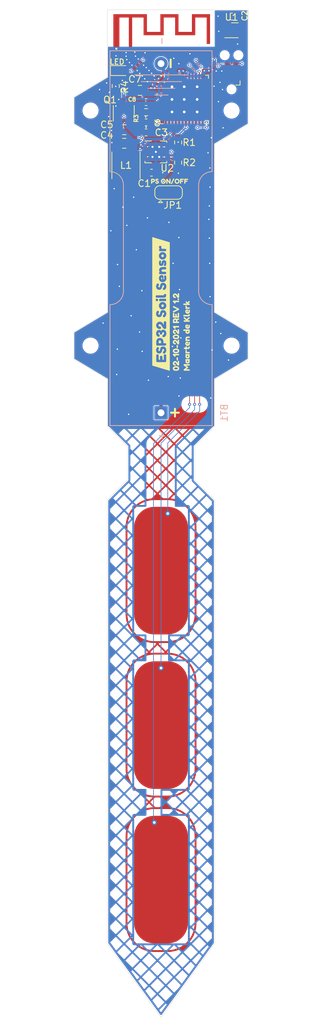
<source format=kicad_pcb>
(kicad_pcb (version 20211014) (generator pcbnew)
  (layers (0 "F.Cu" signal "Front") (31 "B.Cu" signal "Back") (34 "B.Paste" user) (35 "F.Paste" user) (36 "B.SilkS" user "B.Silkscreen") (37 "F.SilkS" user "F.Silkscreen") (38 "B.Mask" user) (39 "F.Mask" user) (44 "Edge.Cuts" user))
  (net 0 "")
  (net 1 "GND")
  (net 2 "+3V3")
  (net 3 "/EN")
  (net 4 "/BOOT")
  (net 5 "/TXD")
  (net 6 "/RXD")
  (net 7 "Net-(C3-Pad1)")
  (net 14 "/CAP_SENSE_1")
  (net 15 "/CAP_SENSE_2")
  (net 19 "/CAP_SENSE_3")
  (net 34 "/BAT_SENSE")
  (net 35 "/SDA")
  (net 36 "/SCL")
  (net 42 "Net-(JP1-Pad2)")
  (net 43 "Net-(L1-Pad2)")
  (net 44 "/ANT")
  (net 45 "/BAT-")
  (net 46 "/BAT+")
  (net 47 "Net-(D1-Pad1)")
  (net 49 "Net-(D1-Pad2)")
  (footprint "Capacitor_SMD:C_0805_2012Metric" (layer "F.Cu") (at 100.85 67 180)
    (fp_text reference "C7")
    (fp_text value "10u")
  )
  (footprint "Capacitor_SMD:C_0603_1608Metric" (layer "F.Cu") (at 101.77999 71.75751 180)
    (fp_text reference "C6")
    (fp_text value "100n")
  )
  (footprint "Package_DFN_QFN:QFN-48-1EP_7x7mm_P0.5mm_EP5.15x5.15mm" (layer "F.Cu") (at 107.455 68.345)
    (fp_text reference "U3")
    (fp_text value "ESP32-PICO-V3")
  )
  (footprint "Capacitor_SMD:C_0603_1608Metric" (layer "F.Cu") (at 101.77999 68.745 180)
    (fp_text reference "C8")
    (fp_text value "100n")
  )
  (footprint "Connector:Tag-Connect_TC2030-IDC-NL_2x03_P1.27mm_Vertical" (layer "F.Cu") (at 114.5 64.3 90)
    (fp_text reference "J1")
    (fp_text value "ESP-PROG")
  )
  (footprint "RF_Antenna:Texas_SWRA117D_2.4GHz_Right" (layer "F.Cu") (at 99.45 60.8)
    (fp_text reference "AE1")
    (fp_text value "Antenna_Chip")
  )
  (footprint "Resistor_SMD:R_0603_1608Metric" (layer "F.Cu") (at 101.77999 70.245)
    (fp_text reference "R3")
    (fp_text value "10k")
  )
  (footprint "Resistor_SMD:R_0603_1608Metric" (layer "F.Cu") (at 106.55 74.75 -90)
    (fp_text reference "R1")
    (fp_text value "2M")
  )
  (footprint "Capacitor_SMD:C_0805_2012Metric" (layer "F.Cu") (at 98.52999 72.85751 180)
    (fp_text reference "C5")
    (fp_text value "10u")
  )
  (footprint "LED_SMD:LED_0603_1608Metric" (layer "F.Cu") (at 97.95 64.05)
    (fp_text reference "D1")
    (fp_text value "LED")
  )
  (footprint "Resistor_SMD:R_0603_1608Metric" (layer "F.Cu") (at 97.25 66.35 -90)
    (fp_text reference "R4")
    (fp_text value "3k3")
  )
  (footprint "MountingHole:MountingHole_2.2mm_M2_ISO14580" (layer "F.Cu") (at 93.5 70)
    (fp_text reference "REF**")
    (fp_text value "MountingHole_2.2mm_M2_ISO14580")
  )
  (footprint "kibuzzard-61586EDB" (layer "F.Cu") (at 107.025 102.975 90)
    (fp_text reference "kibuzzard-61586EDB" hide)
    (fp_text value "G***" hide)
  )
  (footprint "Capacitor_SMD:C_0603_1608Metric" (layer "F.Cu") (at 101.775 73.25)
    (fp_text reference "C3")
    (fp_text value "100nF")
  )
  (footprint "MountingHole:MountingHole_2.2mm_M2_ISO14580" (layer "F.Cu") (at 114.5 70)
    (fp_text reference "REF**")
    (fp_text value "MountingHole_2.2mm_M2_ISO14580")
  )
  (footprint "kibuzzard-61439F56" (layer "F.Cu") (at 104 98.794661 90)
    (fp_text reference "kibuzzard-61439F56" hide)
    (fp_text value "G***" hide)
  )
  (footprint "Package_SON:Texas_S-PVSON-N10_ThermalVias" (layer "F.Cu") (at 103.22999 76.15751)
    (fp_text reference "U2")
    (fp_text value "TPS61201DRCT")
  )
  (footprint "MountingHole:MountingHole_2.2mm_M2_ISO14580" (layer "F.Cu") (at 93.5 105)
    (fp_text reference "REF**")
    (fp_text value "MountingHole_2.2mm_M2_ISO14580")
  )
  (footprint "Package_TO_SOT_SMD:SOT-23" (layer "F.Cu") (at 98.45 69.9 90)
    (fp_text reference "Q1")
    (fp_text value "SI2312")
  )
  (footprint "Jumper:SolderJumper-3_P1.3mm_Bridged12_RoundedPad1.0x1.5mm" (layer "F.Cu") (at 105.125 82.2075)
    (fp_text reference "JP1")
    (fp_text value "SolderJumper_3_Bridged12")
  )
  (footprint "Capacitor_SMD:C_0603_1608Metric" (layer "F.Cu") (at 102.575 79.25)
    (fp_text reference "C1")
    (fp_text value "4.7uF")
  )
  (footprint "kibuzzard-61586E44" (layer "F.Cu") (at 105.275 80.525)
    (fp_text reference "kibuzzard-61586E44" hide)
    (fp_text value "G***" hide)
  )
  (footprint "Sensor_Humidity:Sensirion_DFN-4-1EP_2x2mm_P1mm_EP0.7x1.6mm" (layer "F.Cu") (at 114.5 58.05)
    (fp_text reference "U1")
    (fp_text value "SHT40")
  )
  (footprint "MountingHole:MountingHole_2.2mm_M2_ISO14580" (layer "F.Cu") (at 114.5 105)
    (fp_text reference "REF**")
    (fp_text value "MountingHole_2.2mm_M2_ISO14580")
  )
  (footprint "Inductor_SMD:L_Taiyo-Yuden_NR-40xx" (layer "F.Cu") (at 98.77999 78.15751 90)
    (fp_text reference "L1")
    (fp_text value "2.2uH")
  )
  (footprint "Capacitor_SMD:C_0603_1608Metric" (layer "F.Cu") (at 114.5 56 180)
    (fp_text reference "C2")
    (fp_text value "100n")
  )
  (footprint "Capacitor_SMD:C_0805_2012Metric" (layer "F.Cu") (at 98.525 74.875 180)
    (fp_text reference "C4")
    (fp_text value "10u")
  )
  (footprint "Resistor_SMD:R_0603_1608Metric" (layer "F.Cu") (at 106.55 77.75 -90)
    (fp_text reference "R2")
    (fp_text value "250k")
  )
  (footprint "Soil_Sensor:BatteryHolder_Keystone_2460_1xAA" (layer "B.Cu") (at 104 115 90)
    (fp_text reference "BT1")
    (fp_text value "LiFePo4")
  )
  (gr_line (start 112 194) (end 112 128) (layer "Edge.Cuts") (width 0.05))
  (gr_line (start 99 120) (end 99 125) (layer "Edge.Cuts") (width 0.05))
  (gr_line (start 96 65) (end 91 68) (layer "Edge.Cuts") (width 0.05))
  (gr_line (start 96 75) (end 91 72) (layer "Edge.Cuts") (width 0.05))
  (gr_line (start 96 128) (end 99 125) (layer "Edge.Cuts") (width 0.05))
  (gr_line (start 117 72) (end 117 55) (layer "Edge.Cuts") (width 0.05))
  (gr_line (start 109 125) (end 112 128) (layer "Edge.Cuts") (width 0.05))
  (gr_line (start 112 194) (end 104 205) (layer "Edge.Cuts") (width 0.05))
  (gr_line (start 112 55) (end 112 55) (layer "Edge.Cuts") (width 0.05))
  (gr_line (start 96 117) (end 96 110) (layer "Edge.Cuts") (width 0.05))
  (gr_line (start 104 205) (end 96 194) (layer "Edge.Cuts") (width 0.05))
  (gr_line (start 112 100) (end 117 103) (layer "Edge.Cuts") (width 0.05))
  (gr_line (start 117 103) (end 117 107) (layer "Edge.Cuts") (width 0.05))
  (gr_line (start 91 107) (end 91 103) (layer "Edge.Cuts") (width 0.05))
  (gr_line (start 109 120) (end 112 117) (layer "Edge.Cuts") (width 0.05))
  (gr_line (start 117 55) (end 96 55) (layer "Edge.Cuts") (width 0.05))
  (gr_line (start 99 120) (end 96 117) (layer "Edge.Cuts") (width 0.05))
  (gr_line (start 96 100) (end 91 103) (layer "Edge.Cuts") (width 0.05))
  (gr_line (start 112 100) (end 112 75) (layer "Edge.Cuts") (width 0.05))
  (gr_line (start 96 55) (end 96 65) (layer "Edge.Cuts") (width 0.05))
  (gr_line (start 112 110) (end 117 107) (layer "Edge.Cuts") (width 0.05))
  (gr_line (start 96 128) (end 96 194) (layer "Edge.Cuts") (width 0.05))
  (gr_line (start 117 72) (end 112 75) (layer "Edge.Cuts") (width 0.05))
  (gr_line (start 96 110) (end 91 107) (layer "Edge.Cuts") (width 0.05))
  (gr_line (start 91 72) (end 91 68) (layer "Edge.Cuts") (width 0.05))
  (gr_line (start 109 120) (end 109 125) (layer "Edge.Cuts") (width 0.05))
  (gr_line (start 112 110) (end 112 117) (layer "Edge.Cuts") (width 0.05))
  (gr_line (start 96 75) (end 96 100) (layer "Edge.Cuts") (width 0.05))
  (gr_text "+" (at 106.075 114.875) (layer "F.SilkS") (effects (font (size 1.5 1.5) (thickness 0.3))))
  (gr_text "LED" (at 97.45 62.75) (layer "F.SilkS") (effects (font (size 0.8 0.8))))
  (gr_text "-" (at 105.325 62.975 90) (layer "F.SilkS") (effects (font (size 1.5 1.5) (thickness 0.3))))
  (segment (start 97.57999 74.85751) (end 97.57999 72.85751) (width 0.15) (layer "F.Cu") (net 1))
  (segment (start 103.81499 75.65751) (end 103.67999 75.52251) (width 0.15) (layer "F.Cu") (net 1))
  (segment (start 101.05499 71.75751) (end 102.55499 73.25751) (width 0.15) (layer "F.Cu") (net 1))
  (segment (start 103.9875 78.575) (end 103.40499 79.15751) (width 0.15) (layer "F.Cu") (net 1))
  (segment (start 104.70499 75.65751) (end 103.81499 75.65751) (width 0.15) (layer "F.Cu") (net 1))
  (segment (start 101.00499 71.75751) (end 101.05499 71.75751) (width 0.15) (layer "F.Cu") (net 1))
  (segment (start 102.64499 76.65751) (end 102.77999 76.79251) (width 0.15) (layer "F.Cu") (net 1))
  (segment (start 102.97999 77.78751) (end 102.97999 78.73251) (width 0.15) (layer "F.Cu") (net 1))
  (segment (start 106.55 78.575) (end 103.9875 78.575) (width 0.15) (layer "F.Cu") (net 1))
  (segment (start 103.47999 74.18251) (end 102.55499 73.25751) (width 0.15) (layer "F.Cu") (net 1))
  (segment (start 103.47999 77.70751) (end 103.47999 79.08251) (width 0.15) (layer "F.Cu") (net 1))
  (segment (start 102.97999 78.73251) (end 103.40499 79.15751) (width 0.15) (layer "F.Cu") (net 1))
  (segment (start 113.225 64.3) (end 113.05 64.125) (width 0.1) (layer "F.Cu") (net 1))
  (segment (start 102.97999 74.60751) (end 102.97999 73.68251) (width 0.15) (layer "F.Cu") (net 1))
  (segment (start 103.47999 79.08251) (end 103.40499 79.15751) (width 0.15) (layer "F.Cu") (net 1))
  (segment (start 101.75499 76.65751) (end 102.64499 76.65751) (width 0.15) (layer "F.Cu") (net 1))
  (segment (start 103.47999 74.60751) (end 103.47999 74.18251) (width 0.15) (layer "F.Cu") (net 1))
  (segment (start 113.865 64.3) (end 113.225 64.3) (width 0.1) (layer "F.Cu") (net 1))
  (segment (start 102.97999 73.68251) (end 102.55499 73.25751) (width 0.15) (layer "F.Cu") (net 1))
  (via (at 105.62999 66.45751) (size 0.8) (drill 0.4) (layers "F.Cu" "B.Cu") (net 1))
  (via (at 106.65 63.0255) (size 0.45) (drill 0.2) (layers "F.Cu" "B.Cu") (net 1))
  (via (at 99.67 63.25) (size 0.45) (drill 0.2) (layers "F.Cu" "B.Cu") (net 1))
  (via (at 113.25 72.575) (size 0.45) (drill 0.2) (layers "F.Cu" "B.Cu") (net 1))
  (via (at 111.4 112.8) (size 0.45) (drill 0.2) (layers "F.Cu" "B.Cu") (net 1))
  (via (at 107.455 68.345) (size 0.8) (drill 0.4) (layers "F.Cu" "B.Cu") (net 1))
  (via (at 107.455 66.45751) (size 0.8) (drill 0.4) (layers "F.Cu" "B.Cu") (net 1))
  (via (at 95.9 65.9) (size 0.45) (drill 0.2) (layers "F.Cu" "B.Cu") (net 1))
  (via (at 105.7 105.125) (size 0.45) (drill 0.2) (layers "F.Cu" "B.Cu") (net 1))
  (via (at 113.15 66.875) (size 0.45) (drill 0.2) (layers "F.Cu" "B.Cu") (net 1))
  (via (at 100.09 61.3) (size 0.45) (drill 0.2) (layers "F.Cu" "B.Cu") (net 1))
  (via (at 98.9 87.1) (size 0.45) (drill 0.2) (layers "F.Cu" "B.Cu") (net 1))
  (via (at 114.05 107.15) (size 0.45) (drill 0.2) (layers "F.Cu" "B.Cu") (net 1))
  (via (at 105.8 92.75) (size 0.45) (drill 0.2) (layers "F.Cu" "B.Cu") (net 1))
  (via (at 107.455 70.20751) (size 0.8) (drill 0.4) (layers "F.Cu" "B.Cu") (net 1))
  (via (at 105.175 86.65) (size 0.45) (drill 0.2) (layers "F.Cu" "B.Cu") (net 1))
  (via (at 111.3 81.4) (size 0.45) (drill 0.2) (layers "F.Cu" "B.Cu") (net 1))
  (via (at 102.2 64.03) (size 0.45) (drill 0.2) (layers "F.Cu" "B.Cu") (net 1))
  (via (at 109.37999 66.45751) (size 0.8) (drill 0.4) (layers "F.Cu" "B.Cu") (net 1))
  (via (at 100.6 62.32) (size 0.45) (drill 0.2) (layers "F.Cu" "B.Cu") (net 1))
  (via (at 105.62999 70.20751) (size 0.8) (drill 0.4) (layers "F.Cu" "B.Cu") (net 1))
  (via (at 101.615086 61.393158) (size 0.45) (drill 0.2) (layers "F.Cu" "B.Cu") (net 1))
  (via (at 97.5 105.525) (size 0.45) (drill 0.2) (layers "F.Cu" "B.Cu") (net 1))
  (via (at 97.7 68.35) (size 0.45) (drill 0.2) (layers "F.Cu" "B.Cu") (net 1))
  (via (at 97.4 109.3) (size 0.45) (drill 0.2) (layers "F.Cu" "B.Cu") (net 1))
  (via (at 111.275 78.55) (size 0.45) (drill 0.2) (layers "F.Cu" "B.Cu") (net 1))
  (via (at 96.525 87.9) (size 0.45) (drill 0.2) (layers "F.Cu" "B.Cu") (net 1))
  (via (at 105.62999 68.345) (size 0.8) (drill 0.4) (layers "F.Cu" "B.Cu") (net 1))
  (via (at 103.725 72.825) (size 0.45) (drill 0.2) (layers "F.Cu" "B.Cu") (net 1))
  (via (at 111.489812 74.039812) (size 0.45) (drill 0.2) (layers "F.Cu" "B.Cu") (net 1))
  (via (at 97.525 92.925) (size 0.45) (drill 0.2) (layers "F.Cu" "B.Cu") (net 1))
  (via (at 106.675 112.5) (size 0.45) (drill 0.2) (layers "F.Cu" "B.Cu") (net 1))
  (via (at 111.125 86.2) (size 0.45) (drill 0.2) (layers "F.Cu" "B.Cu") (net 1))
  (via (at 99.55 100.55) (size 0.45) (drill 0.2) (layers "F.Cu" "B.Cu") (net 1))
  (via (at 98.8 61.91) (size 0.45) (drill 0.2) (layers "F.Cu" "B.Cu") (net 1))
  (via (at 112.9 103.2) (size 0.45) (drill 0.2) (layers "F.Cu" "B.Cu") (net 1))
  (via (at 100.825 64.475) (size 0.45) (drill 0.2) (layers "F.Cu" "B.Cu") (net 1))
  (via (at 112.775 65.8) (size 0.45) (drill 0.2) (layers "F.Cu" "B.Cu") (net 1))
  (via (at 95.375 101.65) (size 0.45) (drill 0.2) (layers "F.Cu" "B.Cu") (net 1))
  (via (at 101.775 72.475) (size 0.45) (drill 0.2) (layers "F.Cu" "B.Cu") (net 1))
  (via (at 102.125 110.15) (size 0.45) (drill 0.2) (layers "F.Cu" "B.Cu") (net 1))
  (via (at 112.5 55.95) (size 0.45) (drill 0.2) (layers "F.Cu" "B.Cu") (net 1))
  (via (at 97.8 96.175) (size 0.45) (drill 0.2) (layers "F.Cu" "B.Cu") (net 1))
  (via (at 111.2 84.2) (size 0.45) (drill 0.2) (layers "F.Cu" "B.Cu") (net 1))
  (via (at 113.05 64.125) (size 0.45) (drill 0.2) (layers "F.Cu" "B.Cu") (net 1))
  (via (at 96.2 70.9) (size 0.45) (drill 0.2) (layers "F.Cu" "B.Cu") (net 1))
  (via (at 97.3 61.85) (size 0.45) (drill 0.2) (layers "F.Cu" "B.Cu") (net 1))
  (via (at 96.675 74.775) (size 0.45) (drill 0.2) (layers "F.Cu" "B.Cu") (net 1))
  (via (at 97.25 66.4) (size 0.45) (drill 0.2) (layers "F.Cu" "B.Cu") (net 1))
  (via (at 101.2 105.85) (size 0.45) (drill 0.2) (layers "F.Cu" "B.Cu") (net 1))
  (via (at 101.19 64.86) (size 0.45) (drill 0.2) (layers "F.Cu" "B.Cu") (net 1))
  (via (at 99.175 115.225) (size 0.45) (drill 0.2) (layers "F.Cu" "B.Cu") (net 1))
  (via (at 106.55 74.7) (size 0.45) (drill 0.2) (layers "F.Cu" "B.Cu") (net 1))
  (via (at 100.45 64.05) (size 0.45) (drill 0.2) (layers "F.Cu" "B.Cu") (net 1))
  (via (at 111.2 89) (size 0.45) (drill 0.2) (layers "F.Cu" "B.Cu") (net 1))
  (via (at 97.025 81.625) (size 0.45) (drill 0.2) (layers "F.Cu" "B.Cu") (net 1))
  (via (at 96.625 72.975) (size 0.45) (drill 0.2) (layers "F.Cu" "B.Cu") (net 1))
  (via (at 101.8 63.6) (size 0.45) (drill 0.2) (layers "F.Cu" "B.Cu") (net 1))
  (via (at 105.9 62.2245) (size 0.45) (drill 0.2) (layers "F.Cu" "B.Cu") (net 1))
  (via (at 108.3 61.55) (size 0.45) (drill 0.2) (layers "F.Cu" "B.Cu") (net 1))
  (via (at 111 76.3) (size 0.45) (drill 0.2) (layers "F.Cu" "B.Cu") (net 1))
  (via (at 111.9 66.375) (size 0.45) (drill 0.2) (layers "F.Cu" "B.Cu") (net 1))
  (via (at 98.239941 65.521919) (size 0.45) (drill 0.2) (layers "F.Cu" "B.Cu") (net 1))
  (via (at 112.6 58.2) (size 0.45) (drill 0.2) (layers "F.Cu" "B.Cu") (net 1))
  (via (at 102.6 64.45) (size 0.45) (drill 0.2) (layers "F.Cu" "B.Cu") (net 1))
  (via (at 106.75 96.65) (size 0.45) (drill 0.2) (layers "F.Cu" "B.Cu") (net 1))
  (via (at 101.403649 63.247442) (size 0.45) (drill 0.2) (layers "F.Cu" "B.Cu") (net 1))
  (via (at 111.6 105.65) (size 0.45) (drill 0.2) (layers "F.Cu" "B.Cu") (net 1))
  (via (at 105.137298 79.208078) (size 0.45) (drill 0.2) (layers "F.Cu" "B.Cu") (net 1))
  (via (at 99.989406 65.0005) (size 0.45) (drill 0.2) (layers "F.Cu" "B.Cu") (net 1))
  (via (at 101.725 70.95) (size 0.45) (drill 0.2) (layers "F.Cu" "B.Cu") (net 1))
  (via (at 105.075 109.6) (size 0.45) (drill 0.2) (layers "F.Cu" "B.Cu") (net 1))
  (via (at 96.3 67.3) (size 0.45) (drill 0.2) (layers "F.Cu" "B.Cu") (net 1))
  (via (at 100.325 90.725) (size 0.45) (drill 0.2) (layers "F.Cu" "B.Cu") (net 1))
  (via (at 109.37999 68.345) (size 0.8) (drill 0.4) (layers "F.Cu" "B.Cu") (net 1))
  (via (at 106.589812 79.335188) (size 0.45) (drill 0.2) (layers "F.Cu" "B.Cu") (net 1))
  (via (at 101.975 65.7) (size 0.45) (drill 0.2) (layers "F.Cu" "B.Cu") (net 1))
  (via (at 94.85 66.875) (size 0.45) (drill 0.2) (layers "F.Cu" "B.Cu") (net 1))
  (via (at 109.37999 70.20751) (size 0.8) (drill 0.4) (layers "F.Cu" "B.Cu") (net 1))
  (via (at 102.975 64.85) (size 0.45) (drill 0.2) (layers "F.Cu" "B.Cu") (net 1))
  (via (at 104.2 73.6) (size 0.45) (drill 0.2) (layers "F.Cu" "B.Cu") (net 1))
  (via (at 99.3 62.85) (size 0.45) (drill 0.2) (layers "F.Cu" "B.Cu") (net 1))
  (via (at 97.275 69.325) (size 0.45) (drill 0.2) (layers "F.Cu" "B.Cu") (net 1))
  (via (at 115.4 60.1) (size 0.45) (drill 0.2) (layers "F.Cu" "B.Cu") (net 1))
  (via (at 106.95 103.85) (size 0.45) (drill 0.2) (layers "F.Cu" "B.Cu") (net 1))
  (via (at 111.25 92.75) (size 0.45) (drill 0.2) (layers "F.Cu" "B.Cu") (net 1))
  (via (at 112.55 68.675) (size 0.45) (drill 0.2) (layers "F.Cu" "B.Cu") (net 1))
  (via (at 99.925 82.9) (size 0.45) (drill 0.2) (layers "F.Cu" "B.Cu") (net 1))
  (via (at 100.8 102.975) (size 0.45) (drill 0.2) (layers "F.Cu" "B.Cu") (net 1))
  (via (at 101.15 96.825) (size 0.45) (drill 0.2) (layers "F.Cu" "B.Cu") (net 1))
  (via (at 104.25 79.25) (size 0.45) (drill 0.2) (layers "F.Cu" "B.Cu") (net 1))
  (via (at 111.3 97.7) (size 0.45) (drill 0.2) (layers "F.Cu" "B.Cu") (net 1))
  (via (at 101.975 85.975) (size 0.45) (drill 0.2) (layers "F.Cu" "B.Cu") (net 1))
  (via (at 106.65 88.9) (size 0.45) (drill 0.2) (layers "F.Cu" "B.Cu") (net 1))
  (via (at 98.8 61.37) (size 0.45) (drill 0.2) (layers "F.Cu" "B.Cu") (net 1))
  (via (at 98.325 84.375) (size 0.45) (drill 0.2) (layers "F.Cu" "B.Cu") (net 1))
  (via (at 112.15 101.5) (size 0.45) (drill 0.2) (layers "F.Cu" "B.Cu") (net 1))
  (via (at 112.225 64.125) (size 0.45) (drill 0.2) (layers "F.Cu" "B.Cu") (net 1))
  (via (at 100.2 61.9) (size 0.45) (drill 0.2) (layers "F.Cu" "B.Cu") (net 1))
  (via (at 106.875 109.825) (size 0.45) (drill 0.2) (layers "F.Cu" "B.Cu") (net 1))
  (via (at 98.9 62.41) (size 0.45) (drill 0.2) (layers "F.Cu" "B.Cu") (net 1))
  (via (at 101.57 65.27) (size 0.45) (drill 0.2) (layers "F.Cu" "B.Cu") (net 1))
  (segment (start 115.2 59.5) (end 114.6 59.5) (width 0.2) (layer "F.Cu") (net 2))
  (segment (start 99.475 74.875) (end 99.475 72.8625) (width 0.1) (layer "F.Cu") (net 2))
  (segment (start 115.425 56.15) (end 115.275 56) (width 0.2) (layer "F.Cu") (net 2))
  (segment (start 111.95 61.85) (end 111.95 62.45) (width 0.2) (layer "F.Cu") (net 2))
  (segment (start 104.552946 64.32048) (end 105.854521 64.32048) (width 0.1) (layer "F.Cu") (net 2))
  (segment (start 112.45 61.35) (end 111.95 61.85) (width 0.2) (layer "F.Cu") (net 2))
  (segment (start 104.0175 64.855926) (end 104.552946 64.32048) (width 0.1) (layer "F.Cu") (net 2))
  (segment (start 100.875 75.675) (end 101.4525 75.675) (width 0.1) (layer "F.Cu") (net 2))
  (segment (start 104.70499 74.57999) (end 104.70499 75.15751) (width 0.1) (layer "F.Cu") (net 2))
  (segment (start 114.3 59.5) (end 112.45 61.35) (width 0.2) (layer "F.Cu") (net 2))
  (segment (start 113.865 65.57) (end 113.2025 64.9075) (width 0.5) (layer "F.Cu") (net 2))
  (segment (start 99.475 72.8625) (end 99.47999 72.85751) (width 0.1) (layer "F.Cu") (net 2))
  (segment (start 107.705 71.7825) (end 107.705 72.455) (width 0.2) (layer "F.Cu") (net 2))
  (segment (start 115.89952 58.02452) (end 115.89952 58.80048) (width 0.2) (layer "F.Cu") (net 2))
  (segment (start 105.705 64.470001) (end 105.854521 64.32048) (width 0.1) (layer "F.Cu") (net 2))
  (segment (start 101.4525 75.675) (end 101.46999 75.65751) (width 0.1) (layer "F.Cu") (net 2))
  (segment (start 100.95499 70.245) (end 100.20547 70.99452) (width 0.5) (layer "F.Cu") (net 2))
  (segment (start 104.0175 65.595) (end 104.0175 64.855926) (width 0.1) (layer "F.Cu") (net 2))
  (segment (start 110.9075 64.9075) (end 110.205 64.9075) (width 0.1) (layer "F.Cu") (net 2))
  (segment (start 110.205 64.9075) (end 110.205 64.32) (width 0.1) (layer "F.Cu") (net 2))
  (segment (start 107.205 64.470001) (end 107.205 64.9075) (width 0.1) (layer "F.Cu") (net 2))
  (segment (start 100.20547 72.13203) (end 99.47999 72.85751) (width 0.5) (layer "F.Cu") (net 2))
  (segment (start 115.425 57.55) (end 115.89952 58.02452) (width 0.2) (layer "F.Cu") (net 2))
  (segment (start 115.425 57.55) (end 115.425 56.15) (width 0.2) (layer "F.Cu") (net 2))
  (segment (start 100.875 75.675) (end 100.275 75.675) (width 0.1) (layer "F.Cu") (net 2))
  (segment (start 103.05 66.725) (end 103.05 66.675) (width 0.1) (layer "F.Cu") (net 2))
  (segment (start 102.45499 68.745) (end 100.95499 70.245) (width 0.5) (layer "F.Cu") (net 2))
  (segment (start 107.3 64.1) (end 107.07952 64.32048) (width 0.1) (layer "F.Cu") (net 2))
  (segment (start 100.20547 70.99452) (end 100.20547 72.13203) (width 0.5) (layer "F.Cu") (net 2))
  (segment (start 113.2025 64.9075) (end 110.9075 64.9075) (width 0.5) (layer "F.Cu") (net 2))
  (segment (start 105.705 64.9075) (end 105.705 64.470001) (width 0.1) (layer "F.Cu") (net 2))
  (segment (start 107.055479 64.32048) (end 107.205 64.470001) (width 0.1) (layer "F.Cu") (net 2))
  (segment (start 110.205 64.32) (end 110.45 64.075) (width 0.1) (layer "F.Cu") (net 2))
  (segment (start 104.0175 64.855926) (end 103.624213 65.249213) (width 0.5) (layer "F.Cu") (net 2))
  (segment (start 107.07952 64.32048) (end 107.055479 64.32048) (width 0.1) (layer "F.Cu") (net 2))
  (segment (start 115.25 59.45) (end 115.2 59.5) (width 0.2) (layer "F.Cu") (net 2))
  (segment (start 105.854521 64.32048) (end 107.055479 64.32048) (width 0.1) (layer "F.Cu") (net 2))
  (segment (start 102.095 67.095) (end 102 67) (width 0.1) (layer "F.Cu") (net 2))
  (segment (start 107.705 72.455) (end 107.75 72.5) (width 0.2) (layer "F.Cu") (net 2))
  (segment (start 100.275 75.675) (end 99.475 74.875) (width 0.1) (layer "F.Cu") (net 2))
  (segment (start 102.55499 68.745) (end 102.45499 68.745) (width 0.5) (layer "F.Cu") (net 2))
  (segment (start 104.4 74.275) (end 104.70499 74.57999) (width 0.1) (layer "F.Cu") (net 2))
  (segment (start 114.6 59.5) (end 114.3 59.5) (width 0.2) (layer "F.Cu") (net 2))
  (segment (start 115.89952 58.80048) (end 115.25 59.45) (width 0.2) (layer "F.Cu") (net 2))
  (via (at 105.375 73.6) (size 0.45) (drill 0.2) (layers "F.Cu" "B.Cu") (net 2))
  (via (at 103.05 66.65) (size 0.45) (drill 0.2) (layers "F.Cu" "B.Cu") (net 2))
  (via (at 100.875 75.675) (size 0.45) (drill 0.2) (layers "F.Cu" "B.Cu") (net 2))
  (via (at 110.45 64.075) (size 0.45) (drill 0.2) (layers "F.Cu" "B.Cu") (net 2))
  (via (at 111.95 62.45) (size 0.45) (drill 0.2) (layers "F.Cu" "B.Cu") (net 2))
  (via (at 111.125 64.075) (size 0.45) (drill 0.2) (layers "F.Cu" "B.Cu") (net 2))
  (via (at 107.75 72.5) (size 0.45) (drill 0.2) (layers "F.Cu" "B.Cu") (net 2))
  (via (at 107.3 64.1) (size 0.45) (drill 0.2) (layers "F.Cu" "B.Cu") (net 2))
  (via (at 102.5 66.65) (size 0.45) (drill 0.2) (layers "F.Cu" "B.Cu") (net 2))
  (via (at 101.005488 75.118213) (size 0.45) (drill 0.2) (layers "F.Cu" "B.Cu") (net 2))
  (via (at 106.7 64.1) (size 0.45) (drill 0.2) (layers "F.Cu" "B.Cu") (net 2))
  (via (at 104.0175 64.855926) (size 0.45) (drill 0.2) (layers "F.Cu" "B.Cu") (net 2))
  (via (at 103.624213 65.249213) (size 0.45) (drill 0.2) (layers "F.Cu" "B.Cu") (net 2))
  (via (at 104.4 74.275) (size 0.45) (drill 0.2) (layers "F.Cu" "B.Cu") (net 2))
  (segment (start 100.875 75.675) (end 100.875 75.248701) (width 0.5) (layer "B.Cu") (net 2))
  (segment (start 106.65 73.6) (end 107.75 72.5) (width 0.2) (layer "B.Cu") (net 2))
  (segment (start 100.875 75.248701) (end 101.005488 75.118213) (width 0.5) (layer "B.Cu") (net 2))
  (segment (start 110.45 64.412811) (end 109.984342 64.878469) (width 0.5) (layer "B.Cu") (net 2))
  (segment (start 109.984342 64.878469) (end 108.078469 64.878469) (width 0.5) (layer "B.Cu") (net 2))
  (segment (start 102.525 66.675) (end 102.5 66.65) (width 0.5) (layer "B.Cu") (net 2))
  (segment (start 100.875 75.263478) (end 101.863478 74.275) (width 0.5) (layer "B.Cu") (net 2))
  (segment (start 110.45 64.075) (end 111.125 64.075) (width 0.5) (layer "B.Cu") (net 2))
  (segment (start 111.95 63.25) (end 111.125 64.075) (width 0.5) (layer "B.Cu") (net 2))
  (segment (start 104.4 74.275) (end 104.7 74.275) (width 0.5) (layer "B.Cu") (net 2))
  (segment (start 101.863478 74.275) (end 104.4 74.275) (width 0.5) (layer "B.Cu") (net 2))
  (segment (start 110.45 64.075) (end 110.45 64.412811) (width 0.5) (layer "B.Cu") (net 2))
  (segment (start 103.05 66.675) (end 103.05 65.823426) (width 0.5) (layer "B.Cu") (net 2))
  (segment (start 107.3 64.1) (end 106.7 64.1) (width 0.5) (layer "B.Cu") (net 2))
  (segment (start 104.7 74.275) (end 105.375 73.6) (width 0.5) (layer "B.Cu") (net 2))
  (segment (start 103.05 65.823426) (end 104.0175 64.855926) (width 0.5) (layer "B.Cu") (net 2))
  (segment (start 103.05 66.675) (end 102.525 66.675) (width 0.5) (layer "B.Cu") (net 2))
  (segment (start 105.375 73.6) (end 106.65 73.6) (width 0.2) (layer "B.Cu") (net 2))
  (segment (start 108.078469 64.878469) (end 107.3 64.1) (width 0.5) (layer "B.Cu") (net 2))
  (segment (start 100.875 75.675) (end 100.875 75.263478) (width 0.5) (layer "B.Cu") (net 2))
  (segment (start 111.95 62.45) (end 111.95 63.25) (width 0.5) (layer "B.Cu") (net 2))
  (segment (start 115.135 65.57) (end 115.675 66.11) (width 0.1) (layer "F.Cu") (net 3))
  (segment (start 102.55499 71.75751) (end 102.55499 70.295) (width 0.15) (layer "F.Cu") (net 3))
  (segment (start 115.675 67.325) (end 115.25 67.75) (width 0.1) (layer "F.Cu") (net 3))
  (segment (start 111.625489 71.101085) (end 110.976574 71.75) (width 0.1) (layer "F.Cu") (net 3))
  (segment (start 103.35 71.8) (end 102.59748 71.8) (width 0.1) (layer "F.Cu") (net 3))
  (segment (start 112.35 67.75) (end 111.625489 68.474511) (width 0.1) (layer "F.Cu") (net 3))
  (segment (start 103.580001 69.595) (end 102.930001 70.245) (width 0.15) (layer "F.Cu") (net 3))
  (segment (start 111.625489 68.474511) (end 111.625489 71.101085) (width 0.1) (layer "F.Cu") (net 3))
  (segment (start 110.976574 71.75) (end 110.75 71.75) (width 0.1) (layer "F.Cu") (net 3))
  (segment (start 102.59748 71.8) (end 102.55499 71.75751) (width 0.1) (layer "F.Cu") (net 3))
  (segment (start 115.25 67.75) (end 112.35 67.75) (width 0.1) (layer "F.Cu") (net 3))
  (segment (start 115.675 66.11) (end 115.675 67.325) (width 0.1) (layer "F.Cu") (net 3))
  (segment (start 102.55499 70.295) (end 102.60499 70.245) (width 0.15) (layer "F.Cu") (net 3))
  (segment (start 104.0175 69.595) (end 103.580001 69.595) (width 0.15) (layer "F.Cu") (net 3))
  (segment (start 102.930001 70.245) (end 102.60499 70.245) (width 0.15) (layer "F.Cu") (net 3))
  (via (at 103.35 71.8) (size 0.45) (drill 0.2) (layers "F.Cu" "B.Cu") (net 3))
  (via (at 110.75 71.75) (size 0.45) (drill 0.2) (layers "F.Cu" "B.Cu") (net 3))
  (segment (start 110.75 71.75) (end 103.4 71.75) (width 0.1) (layer "B.Cu") (net 3))
  (segment (start 103.4 71.75) (end 103.35 71.8) (width 0.1) (layer "B.Cu") (net 3))
  (segment (start 109.705 72.295) (end 109.45 72.55) (width 0.1) (layer "F.Cu") (net 4))
  (segment (start 109.705 71.7825) (end 109.705 72.295) (width 0.1) (layer "F.Cu") (net 4))
  (segment (start 111.825 68.575) (end 111.825 71.475) (width 0.1) (layer "F.Cu") (net 4))
  (segment (start 115.332641 67.949511) (end 112.450489 67.949511) (width 0.1) (layer "F.Cu") (net 4))
  (segment (start 115.875 67.407152) (end 115.332641 67.949511) (width 0.1) (layer "F.Cu") (net 4))
  (segment (start 115.5 63.65) (end 115.875 64.025) (width 0.1) (layer "F.Cu") (net 4))
  (segment (start 114.803205 63.65) (end 115.5 63.65) (width 0.1) (layer "F.Cu") (net 4))
  (segment (start 114.183205 63.03) (end 114.803205 63.65) (width 0.1) (layer "F.Cu") (net 4))
  (segment (start 113.865 63.03) (end 114.183205 63.03) (width 0.1) (layer "F.Cu") (net 4))
  (segment (start 111.825 71.475) (end 110.8 72.5) (width 0.1) (layer "F.Cu") (net 4))
  (segment (start 115.875 64.025) (end 115.875 67.407152) (width 0.1) (layer "F.Cu") (net 4))
  (segment (start 112.450489 67.949511) (end 111.825 68.575) (width 0.1) (layer "F.Cu") (net 4))
  (via (at 109.45 72.55) (size 0.45) (drill 0.2) (layers "F.Cu" "B.Cu") (net 4))
  (via (at 110.8 72.5) (size 0.45) (drill 0.2) (layers "F.Cu" "B.Cu") (net 4))
  (segment (start 110.8 72.5) (end 110.75 72.55) (width 0.1) (layer "B.Cu") (net 4))
  (segment (start 110.75 72.55) (end 109.45 72.55) (width 0.1) (layer "B.Cu") (net 4))
  (segment (start 112.663033 62.913033) (end 113.45 63.7) (width 0.1) (layer "F.Cu") (net 5))
  (segment (start 113.45 63.7) (end 114.535 63.7) (width 0.1) (layer "F.Cu") (net 5))
  (segment (start 109.619119 62.913033) (end 112.663033 62.913033) (width 0.1) (layer "F.Cu") (net 5))
  (segment (start 108.205 64.9075) (end 108.205 64.327152) (width 0.1) (layer "F.Cu") (net 5))
  (segment (start 108.205 64.327152) (end 109.619119 62.913033) (width 0.1) (layer "F.Cu") (net 5))
  (segment (start 114.535 63.7) (end 115.135 64.3) (width 0.1) (layer "F.Cu") (net 5))
  (segment (start 108.705 64.9075) (end 108.705 64.109304) (width 0.1) (layer "F.Cu") (net 6))
  (segment (start 112.275008 63.112544) (end 112.515234 63.35277) (width 0.1) (layer "F.Cu") (net 6))
  (segment (start 109.70176 63.112544) (end 112.275008 63.112544) (width 0.1) (layer "F.Cu") (net 6))
  (segment (start 116.05 63) (end 115.165 63) (width 0.1) (layer "F.Cu") (net 6))
  (segment (start 108.705 64.109304) (end 109.70176 63.112544) (width 0.1) (layer "F.Cu") (net 6))
  (segment (start 115.165 63) (end 115.135 63.03) (width 0.1) (layer "F.Cu") (net 6))
  (via (at 112.515234 63.35277) (size 0.45) (drill 0.2) (layers "F.Cu" "B.Cu") (net 6))
  (via (at 116.05 63) (size 0.45) (drill 0.2) (layers "F.Cu" "B.Cu") (net 6))
  (segment (start 112.818004 63.05) (end 112.515234 63.35277) (width 0.1) (layer "B.Cu") (net 6))
  (segment (start 116.05 63) (end 116 63.05) (width 0.1) (layer "B.Cu") (net 6))
  (segment (start 116 63.05) (end 112.818004 63.05) (width 0.1) (layer "B.Cu") (net 6))
  (segment (start 101.75499 74.70499) (end 101.75499 75.15751) (width 0.1) (layer "F.Cu") (net 7))
  (segment (start 98.475 70.9) (end 98.4125 70.8375) (width 0.1) (layer "F.Cu") (net 7))
  (segment (start 98.4125 70.8375) (end 97.5 70.8375) (width 0.1) (layer "F.Cu") (net 7))
  (segment (start 101.075 74.025) (end 101.75499 74.70499) (width 0.1) (layer "F.Cu") (net 7))
  (segment (start 101 73.25) (end 101 73.95) (width 0.1) (layer "F.Cu") (net 7))
  (segment (start 101 73.95) (end 101.075 74.025) (width 0.1) (layer "F.Cu") (net 7))
  (via (at 101.075 74.025) (size 0.45) (drill 0.2) (layers "F.Cu" "B.Cu") (net 7))
  (via (at 98.475 70.9) (size 0.45) (drill 0.2) (layers "F.Cu" "B.Cu") (net 7))
  (segment (start 100.025 74.025) (end 101.075 74.025) (width 0.1) (layer "B.Cu") (net 7))
  (segment (start 98.475 72.475) (end 100.025 74.025) (width 0.1) (layer "B.Cu") (net 7))
  (segment (start 98.475 70.9) (end 98.475 72.475) (width 0.1) (layer "B.Cu") (net 7))
  (segment (start 109.75 73.25) (end 109.75 103.5) (width 0.1) (layer "F.Cu") (net 14))
  (segment (start 110.205 72.795) (end 109.75 73.25) (width 0.1) (layer "F.Cu") (net 14))
  (segment (start 109.75 103.5) (end 109.75 113.75) (width 0.1) (layer "F.Cu") (net 14))
  (segment (start 110.205 71.7825) (end 110.205 72.795) (width 0.1) (layer "F.Cu") (net 14))
  (via (at 109.75 113.75) (size 0.45) (drill 0.2) (layers "F.Cu" "B.Cu") (net 14))
  (via (at 105 130) (size 0.8) (drill 0.4) (layers "F.Cu" "B.Cu") (net 14))
  (segment (start 109.75 114.75) (end 105 119.5) (width 0.1) (layer "B.Cu") (net 14))
  (segment (start 109.75 113.75) (end 109.75 114.75) (width 0.1) (layer "B.Cu") (net 14))
  (segment (start 105 130) (end 105 119.55) (width 0.1) (layer "B.Cu") (net 14))
  (segment (start 109 74.25) (end 109 103.5) (width 0.1) (layer "F.Cu") (net 15))
  (segment (start 108.205 72.455) (end 108.75 73) (width 0.1) (layer "F.Cu") (net 15))
  (segment (start 108.205 71.7825) (end 108.205 72.455) (width 0.1) (layer "F.Cu") (net 15))
  (segment (start 109 73.25) (end 109 74.25) (width 0.1) (layer "F.Cu") (net 15))
  (segment (start 108.75 73) (end 109 73.25) (width 0.1) (layer "F.Cu") (net 15))
  (segment (start 109 103.5) (end 109 113.75) (width 0.1) (layer "F.Cu") (net 15))
  (via (at 104 153) (size 0.8) (drill 0.4) (layers "F.Cu" "B.Cu") (net 15))
  (via (at 109 113.75) (size 0.45) (drill 0.2) (layers "F.Cu" "B.Cu") (net 15))
  (segment (start 104 153) (end 104 119.525) (width 0.1) (layer "B.Cu") (net 15))
  (segment (start 109 114.525) (end 104 119.525) (width 0.1) (layer "B.Cu") (net 15))
  (segment (start 109 113.75) (end 109 114.525) (width 0.1) (layer "B.Cu") (net 15))
  (segment (start 108.25 87) (end 108.25 103.5) (width 0.1) (layer "F.Cu") (net 19))
  (segment (start 108.25 103.5) (end 108.25 113.75) (width 0.1) (layer "F.Cu") (net 19))
  (segment (start 108.25 73.75) (end 108.25 87) (width 0.1) (layer "F.Cu") (net 19))
  (segment (start 107.205 71.7825) (end 107.205 72.705) (width 0.1) (layer "F.Cu") (net 19))
  (segment (start 107.205 72.705) (end 108 73.5) (width 0.1) (layer "F.Cu") (net 19))
  (segment (start 108 73.5) (end 108.25 73.75) (width 0.1) (layer "F.Cu") (net 19))
  (via (at 103 176) (size 0.8) (drill 0.4) (layers "F.Cu" "B.Cu") (net 19))
  (via (at 108.25 113.75) (size 0.45) (drill 0.2) (layers "F.Cu" "B.Cu") (net 19))
  (segment (start 108.25 114.225) (end 102.875 119.6) (width 0.1) (layer "B.Cu") (net 19))
  (segment (start 103 176) (end 102.875 175.875) (width 0.1) (layer "B.Cu") (net 19))
  (segment (start 108.25 113.75) (end 108.25 114.225) (width 0.1) (layer "B.Cu") (net 19))
  (segment (start 102.875 175.875) (end 102.875 119.6) (width 0.1) (layer "B.Cu") (net 19))
  (segment (start 106.55 76.925) (end 106.28251 76.65751) (width 0.2) (layer "F.Cu") (net 34))
  (segment (start 106.28251 76.65751) (end 104.70499 76.65751) (width 0.2) (layer "F.Cu") (net 34))
  (segment (start 106.55 76.925) (end 106.55 75.575) (width 0.2) (layer "F.Cu") (net 34))
  (segment (start 104.705 73.73) (end 106.55 75.575) (width 0.2) (layer "F.Cu") (net 34))
  (segment (start 104.705 71.7825) (end 104.705 73.73) (width 0.2) (layer "F.Cu") (net 34))
  (segment (start 115.425 58.907152) (end 115.425 58.55) (width 0.1) (layer "F.Cu") (net 35))
  (segment (start 107.705 64.544988) (end 109.536466 62.713522) (width 0.1) (layer "F.Cu") (net 35))
  (segment (start 114.197138 59.25) (end 115.082152 59.25) (width 0.1) (layer "F.Cu") (net 35))
  (segment (start 107.705 64.9075) (end 107.705 64.544988) (width 0.1) (layer "F.Cu") (net 35))
  (segment (start 115.082152 59.25) (end 115.425 58.907152) (width 0.1) (layer "F.Cu") (net 35))
  (segment (start 110.733616 62.713522) (end 114.197138 59.25) (width 0.1) (layer "F.Cu") (net 35))
  (segment (start 109.536466 62.713522) (end 110.733616 62.713522) (width 0.1) (layer "F.Cu") (net 35))
  (segment (start 110.650976 62.514011) (end 109.206354 62.514011) (width 0.1) (layer "F.Cu") (net 36))
  (segment (start 109.205 64.9075) (end 109.08 64.7825) (width 0.1) (layer "F.Cu") (net 36))
  (segment (start 109.08 64.7825) (end 109.08 64.016455) (width 0.1) (layer "F.Cu") (net 36))
  (segment (start 113.575 59.589987) (end 110.650976 62.514011) (width 0.1) (layer "F.Cu") (net 36))
  (segment (start 109.08 64.016455) (end 109.596455 63.5) (width 0.1) (layer "F.Cu") (net 36))
  (segment (start 109.596455 63.5) (end 109.95 63.5) (width 0.1) (layer "F.Cu") (net 36))
  (segment (start 113.575 58.55) (end 113.575 59.589987) (width 0.1) (layer "F.Cu") (net 36))
  (via (at 109.206354 62.514011) (size 0.45) (drill 0.2) (layers "F.Cu" "B.Cu") (net 36))
  (via (at 109.95 63.5) (size 0.45) (drill 0.2) (layers "F.Cu" "B.Cu") (net 36))
  (segment (start 109.206354 62.756354) (end 109.206354 62.514011) (width 0.1) (layer "B.Cu") (net 36))
  (segment (start 109.95 63.5) (end 109.206354 62.756354) (width 0.1) (layer "B.Cu") (net 36))
  (segment (start 105.125 82.2075) (end 105.125 81.3) (width 0.1) (layer "F.Cu") (net 42))
  (segment (start 105.525 76.15) (end 104.9975 76.15) (width 0.1) (layer "F.Cu") (net 42))
  (segment (start 104.9975 76.15) (end 104.98999 76.15751) (width 0.1) (layer "F.Cu") (net 42))
  (segment (start 105.125 81.3) (end 104.35 80.525) (width 0.1) (layer "F.Cu") (net 42))
  (via (at 105.525 76.15) (size 0.45) (drill 0.2) (layers "F.Cu" "B.Cu") (net 42))
  (via (at 104.35 80.525) (size 0.45) (drill 0.2) (layers "F.Cu" "B.Cu") (net 42))
  (segment (start 104.35 80.525) (end 105.525 79.35) (width 0.1) (layer "B.Cu") (net 42))
  (segment (start 105.525 79.35) (end 105.525 76.15) (width 0.1) (layer "B.Cu") (net 42))
  (segment (start 101.00751 76.15751) (end 101.46999 76.15751) (width 0.15) (layer "F.Cu") (net 43))
  (segment (start 98.77999 76.75751) (end 100.39249 76.75751) (width 0.15) (layer "F.Cu") (net 43))
  (segment (start 100.39249 76.75751) (end 101 76.15) (width 0.15) (layer "F.Cu") (net 43))
  (segment (start 101 76.15) (end 101.00751 76.15751) (width 0.15) (layer "F.Cu") (net 43))
  (segment (start 104.0175 66.095) (end 103.245 66.095) (width 0.2) (layer "F.Cu") (net 44))
  (segment (start 99.45 60.8) (end 99.45 62.049416) (width 0.535) (layer "F.Cu") (net 44))
  (segment (start 99.45 62.049416) (end 103.175 66.025) (width 0.535) (layer "F.Cu") (net 44))
  (segment (start 103.245 66.095) (end 103.175 66.025) (width 0.2) (layer "F.Cu") (net 44))
  (segment (start 98.45 68.9625) (end 98.45 67.5) (width 0.5) (layer "F.Cu") (net 45))
  (segment (start 98.45 66.925) (end 98.45 67.5) (width 0.5) (layer "F.Cu") (net 45))
  (via (at 98.45 66.925) (size 0.45) (drill 0.2) (layers "F.Cu" "B.Cu") (net 45))
  (via (at 98.45 67.5) (size 0.45) (drill 0.2) (layers "F.Cu" "B.Cu") (net 45))
  (segment (start 103.71 67.74) (end 103.17 68.28) (width 0.5) (layer "B.Cu") (net 45))
  (segment (start 103.71 66.18) (end 103.71 67.74) (width 0.5) (layer "B.Cu") (net 45))
  (segment (start 104 63.62) (end 104.79 64.41) (width 0.5) (layer "B.Cu") (net 45))
  (segment (start 98.45 67.94) (end 98.45 67.56) (width 0.5) (layer "B.Cu") (net 45))
  (segment (start 103.17 68.28) (end 98.79 68.28) (width 0.5) (layer "B.Cu") (net 45))
  (segment (start 98.79 68.28) (end 98.45 67.94) (width 0.5) (layer "B.Cu") (net 45))
  (segment (start 104.79 64.41) (end 104.79 65.1) (width 0.5) (layer "B.Cu") (net 45))
  (segment (start 98.45 66.925) (end 98.45 67.56) (width 0.5) (layer "B.Cu") (net 45))
  (segment (start 104.79 65.1) (end 103.71 66.18) (width 0.5) (layer "B.Cu") (net 45))
  (segment (start 104 63.01) (end 104 63.62) (width 0.5) (layer "B.Cu") (net 45))
  (segment (start 106.425 82.957624) (end 106.057624 83.325) (width 0.2) (layer "F.Cu") (net 46))
  (segment (start 105.58251 77.15751) (end 104.70499 77.15751) (width 0.2) (layer "F.Cu") (net 46))
  (segment (start 106.057624 83.325) (end 102.875 83.325) (width 0.2) (layer "F.Cu") (net 46))
  (segment (start 107.22452 77.296028) (end 106.996028 77.52452) (width 0.2) (layer "F.Cu") (net 46))
  (segment (start 107.22452 74.59952) (end 107.22452 77.296028) (width 0.2) (layer "F.Cu") (net 46))
  (segment (start 106.425 82.2075) (end 106.425 82.957624) (width 0.2) (layer "F.Cu") (net 46))
  (segment (start 104 84.45) (end 102.875 83.325) (width 0.5) (layer "F.Cu") (net 46))
  (segment (start 107.22452 81.40798) (end 106.425 82.2075) (width 0.2) (layer "F.Cu") (net 46))
  (segment (start 106.55 73.925) (end 107.22452 74.59952) (width 0.2) (layer "F.Cu") (net 46))
  (segment (start 104 115) (end 104 84.45) (width 0.5) (layer "F.Cu") (net 46))
  (segment (start 105.94952 77.52452) (end 105.58251 77.15751) (width 0.2) (layer "F.Cu") (net 46))
  (segment (start 106.996028 77.52452) (end 105.94952 77.52452) (width 0.2) (layer "F.Cu") (net 46))
  (segment (start 102.875 83.325) (end 101.75 82.2) (width 0.5) (layer "F.Cu") (net 46))
  (segment (start 101.75 80.125) (end 101.75 79.25) (width 0.5) (layer "F.Cu") (net 46))
  (segment (start 101.75 80.425) (end 101.75 80.125) (width 0.5) (layer "F.Cu") (net 46))
  (segment (start 101.75 82.2) (end 101.75 80.425) (width 0.5) (layer "F.Cu") (net 46))
  (segment (start 107.22452 77.296028) (end 107.22452 81.40798) (width 0.2) (layer "F.Cu") (net 46))
  (segment (start 97.25 64.1375) (end 97.1625 64.05) (width 0.5) (layer "F.Cu") (net 47))
  (segment (start 97.25 65.525) (end 97.25 64.1375) (width 0.5) (layer "F.Cu") (net 47))
  (segment (start 99.55 64.1) (end 98.7875 64.1) (width 0.1) (layer "F.Cu") (net 49))
  (segment (start 106.681912 61.7) (end 108.195078 63.213166) (width 0.1) (layer "F.Cu") (net 49))
  (segment (start 101.3 62.45) (end 102.05 61.7) (width 0.1) (layer "F.Cu") (net 49))
  (segment (start 98.7875 64.1) (end 98.7375 64.05) (width 0.1) (layer "F.Cu") (net 49))
  (segment (start 109.705 64.174725) (end 109.684243 64.153968) (width 0.1) (layer "F.Cu") (net 49))
  (segment (start 109.705 64.9075) (end 109.705 64.174725) (width 0.1) (layer "F.Cu") (net 49))
  (segment (start 102.05 61.7) (end 106.681912 61.7) (width 0.1) (layer "F.Cu") (net 49))
  (via (at 108.195078 63.213166) (size 0.45) (drill 0.2) (layers "F.Cu" "B.Cu") (net 49))
  (via (at 101.3 62.45) (size 0.45) (drill 0.2) (layers "F.Cu" "B.Cu") (net 49))
  (via (at 109.684243 64.153968) (size 0.45) (drill 0.2) (layers "F.Cu" "B.Cu") (net 49))
  (via (at 99.55 64.1) (size 0.45) (drill 0.2) (layers "F.Cu" "B.Cu") (net 49))
  (segment (start 109.13588 64.153968) (end 108.195078 63.213166) (width 0.1) (layer "B.Cu") (net 49))
  (segment (start 109.684243 64.153968) (end 109.13588 64.153968) (width 0.1) (layer "B.Cu") (net 49))
  (segment (start 101.3 62.45) (end 99.65 64.1) (width 0.1) (layer "B.Cu") (net 49))
  (segment (start 99.65 64.1) (end 99.55 64.1) (width 0.1) (layer "B.Cu") (net 49))
  (zone (net 2) (net_name "+3V3") (layer "F.Cu") (priority 1) (connect_pads yes (clearance 0.17)) (min_thickness 0.17) (fill yes (thermal_gap 0.508) (thermal_bridge_width 0.508) (island_removal_mode 1) (island_area_min 0))
    (polygon (pts (xy 111.575 65.45) (xy 110 65.45) (xy 110 63.75) (xy 111.575 63.75)))
  )
  (zone (net 2) (net_name "+3V3") (layer "F.Cu") (priority 1) (connect_pads yes (clearance 0.17)) (min_thickness 0.17) (fill yes (thermal_gap 0.508) (thermal_bridge_width 0.508) (island_removal_mode 1) (island_area_min 0))
    (polygon (pts (xy 102.8 66.325) (xy 104.625 66.325) (xy 104.625 67.375) (xy 103.25 67.375) (xy 103.25 69.475) (xy 101.8 69.475) (xy 101.8 68.3) (xy 101.075 67.775) (xy 101.05 66.15) (xy 102.375 66.15)))
  )
  (zone (net 0) (net_name "") (layers F&B.Cu) (connect_pads (clearance 0)) (min_thickness 0.254)
    (keepout (tracks not_allowed) (vias not_allowed) (pads not_allowed) (copperpour not_allowed) (footprints allowed))
    (fill (thermal_gap 0.508) (thermal_bridge_width 0.508))
    (polygon (pts (xy 112 60.5) (xy 96 60.5) (xy 96 55.048546) (xy 112 55.048546)))
  )
  (zone (net 44) (net_name "/ANT") (layer "F.Cu") (priority 2) (connect_pads yes (clearance 0.17)) (min_thickness 0.17) (fill yes (thermal_gap 0.508) (thermal_bridge_width 0.508) (island_removal_mode 1) (island_area_min 0))
    (polygon (pts (xy 104.55 66.275) (xy 103.16 66.28) (xy 102.93 65.87) (xy 104.55 65.87)))
  )
  (zone (net 19) (net_name "/CAP_SENSE_3") (layer "F.Cu") (priority 1) (connect_pads thru_hole_only (clearance 1)) (min_thickness 0.254) (fill yes (thermal_gap 0.508) (thermal_bridge_width 0.508) (smoothing fillet) (radius 3))
    (polygon (pts (xy 108 175) (xy 108 194) (xy 100 194) (xy 100 175)))
  )
  (zone (net 2) (net_name "+3V3") (layer "F.Cu") (priority 1) (connect_pads yes (clearance 0.17)) (min_thickness 0.17) (fill yes (thermal_gap 0.508) (thermal_bridge_width 0.508) (island_removal_mode 1) (island_area_min 0))
    (polygon (pts (xy 107.975 64.05) (xy 107.5 64.425) (xy 107.5 65.4) (xy 104.474967 65.379967) (xy 104.475 65.825) (xy 103.5 65.825) (xy 103.025 65.275) (xy 104.225 64.1) (xy 104.575 63.75) (xy 106.375 63.75) (xy 107.975 63.75)))
  )
  (zone (net 2) (net_name "+3V3") (layer "F.Cu") (priority 1) (connect_pads yes (clearance 0.17)) (min_thickness 0.17) (fill yes (thermal_gap 0.508) (thermal_bridge_width 0.508) (island_removal_mode 1) (island_area_min 0))
    (polygon (pts (xy 100.45 74.425) (xy 101.25 75.35) (xy 102.175 75.35) (xy 102.175 76.05) (xy 98.525 76.05) (xy 98.525 71.875) (xy 100.45 71.875)))
  )
  (zone (net 43) (net_name "Net-(L1-Pad2)") (layer "F.Cu") (priority 2) (connect_pads yes (clearance 0.17)) (min_thickness 0.17) (fill yes (thermal_gap 0.508) (thermal_bridge_width 0.508) (island_removal_mode 1) (island_area_min 0))
    (polygon (pts (xy 102.175 76.425) (xy 101.2 76.425) (xy 101.2 76.875) (xy 100.7 77.45) (xy 96.825 77.45) (xy 96.825 76.075) (xy 100.625 76.075) (xy 101.225 75.925) (xy 102.175 75.925)))
  )
  (zone (net 46) (net_name "/BAT+") (layer "F.Cu") (priority 1) (connect_pads yes (clearance 0.17)) (min_thickness 0.17) (fill yes (thermal_gap 0.508) (thermal_bridge_width 0.508) (island_removal_mode 1) (island_area_min 0))
    (polygon (pts (xy 102.15 78.45) (xy 102.325 78.75) (xy 102.325 80.525) (xy 96.55 80.525) (xy 96.55 78.425) (xy 100.875 78.425) (xy 100.875 76.925) (xy 102.15 76.925)))
  )
  (zone (net 14) (net_name "/CAP_SENSE_1") (layer "F.Cu") (priority 1) (connect_pads thru_hole_only (clearance 1)) (min_thickness 0.254) (fill yes (thermal_gap 0.508) (thermal_bridge_width 0.508) (smoothing fillet) (radius 3))
    (polygon (pts (xy 108 129) (xy 108 148) (xy 100 148) (xy 100 129)))
  )
  (zone (net 15) (net_name "/CAP_SENSE_2") (layer "F.Cu") (priority 1) (connect_pads thru_hole_only (clearance 1)) (min_thickness 0.254) (fill yes (thermal_gap 0.508) (thermal_bridge_width 0.508) (smoothing fillet) (radius 3))
    (polygon (pts (xy 108 152) (xy 108 171) (xy 100 171) (xy 100 152)))
  )
  (zone (net 1) (net_name "GND") (layers F&B.Cu) (connect_pads thru_hole_only (clearance 0.15)) (min_thickness 0.254) (fill yes (mode hatch) (thermal_gap 0.508) (thermal_bridge_width 0.508) (hatch_thickness 0.254) (hatch_gap 1.5) (hatch_orientation 45) (hatch_border_algorithm hatch_thickness) (hatch_min_hole_area 0.3))
    (polygon (pts (xy 118 206) (xy 89 206) (xy 89 117) (xy 118 117)))
  )
  (zone (net 1) (net_name "GND") (layers F&B.Cu) (connect_pads thru_hole_only (clearance 0.1)) (min_thickness 0.17) (fill yes (thermal_gap 0.508) (thermal_bridge_width 0.508))
    (polygon (pts (xy 118 117) (xy 89 117) (xy 89 54) (xy 118 54)))
  )
  (zone (net 1) (net_name "GND") (layer "F.Cu") (priority 1) (connect_pads yes (clearance 0.17)) (min_thickness 0.17) (fill yes (thermal_gap 0.508) (thermal_bridge_width 0.508) (island_removal_mode 1) (island_area_min 0))
    (polygon (pts (xy 103.575 74) (xy 104.175 74.6) (xy 104.175 74.775) (xy 104.2 78.875) (xy 102.8 78.875) (xy 102.8 78.85) (xy 102.375 78.35) (xy 102.375 77.45) (xy 102.35 74.95) (xy 101.9 73.725) (xy 101.875 72.55) (xy 103.575 72.55)))
  )
  (zone (net 0) (net_name "") (layer "B.Cu") (connect_pads thru_hole_only (clearance 0)) (min_thickness 0.254)
    (keepout (tracks allowed) (vias allowed) (pads allowed) (copperpour not_allowed) (footprints allowed))
    (fill (mode hatch) (thermal_gap 0.508) (thermal_bridge_width 0.508) (hatch_thickness 0.254) (hatch_gap 1.5) (hatch_orientation 45) (hatch_border_algorithm hatch_thickness) (hatch_min_hole_area 0.3))
    (polygon (pts (xy 108 171) (xy 100 171) (xy 100 152) (xy 108 152)))
  )
  (zone (net 0) (net_name "") (layer "B.Cu") (connect_pads thru_hole_only (clearance 0)) (min_thickness 0.254)
    (keepout (tracks allowed) (vias allowed) (pads allowed) (copperpour not_allowed) (footprints allowed))
    (fill (mode hatch) (thermal_gap 0.508) (thermal_bridge_width 0.508) (hatch_thickness 0.254) (hatch_gap 1.5) (hatch_orientation 45) (hatch_border_algorithm hatch_thickness) (hatch_min_hole_area 0.3))
    (polygon (pts (xy 108 194) (xy 100 194) (xy 100 175) (xy 108 175)))
  )
  (zone (net 0) (net_name "") (layer "B.Cu") (connect_pads thru_hole_only (clearance 0)) (min_thickness 0.254)
    (keepout (tracks allowed) (vias allowed) (pads allowed) (copperpour not_allowed) (footprints allowed))
    (fill (mode hatch) (thermal_gap 0.508) (thermal_bridge_width 0.508) (hatch_thickness 0.254) (hatch_gap 1.5) (hatch_orientation 45) (hatch_border_algorithm hatch_thickness) (hatch_min_hole_area 0.3))
    (polygon (pts (xy 108 148) (xy 100 148) (xy 100 129) (xy 108 129)))
  )
)
</source>
